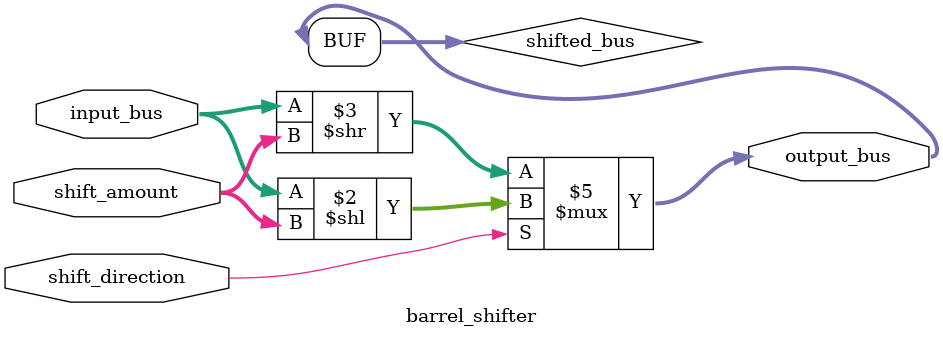
<source format=v>

module barrel_shifter (
  input [bus_size-1:0] input_bus,
  input [shift_amount_size-1:0] shift_amount,
  input shift_direction,
  output [bus_size-1:0] output_bus
);

parameter bus_size = 8; // size of input and output bus
parameter shift_amount_size = 3; // number of bits needed to represent shift_amount
parameter width = bus_size - shift_amount_size; // width of the shift register

// Declare temporary register to store shifted bus
reg [bus_size-1:0] shifted_bus; 

// RTL code for barrel shifter
always @(*) begin
  if (shift_direction) begin // left shift
    shifted_bus = input_bus << shift_amount;
  end else begin // right shift
    shifted_bus = input_bus >> shift_amount;
  end
end

// Assign output bus to the shifted bus
assign output_bus = shifted_bus;

endmodule

</source>
